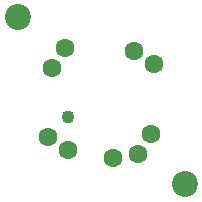
<source format=gbs>
%TF.GenerationSoftware,KiCad,Pcbnew,7.0.6-rc1-25-gf974c8259e*%
%TF.CreationDate,2023-06-21T18:20:28+02:00*%
%TF.ProjectId,RKJXM1015004_Straight,524b4a58-4d31-4303-9135-3030345f5374,rev?*%
%TF.SameCoordinates,Original*%
%TF.FileFunction,Soldermask,Bot*%
%TF.FilePolarity,Negative*%
%FSLAX46Y46*%
G04 Gerber Fmt 4.6, Leading zero omitted, Abs format (unit mm)*
G04 Created by KiCad (PCBNEW 7.0.6-rc1-25-gf974c8259e) date 2023-06-21 18:20:28*
%MOMM*%
%LPD*%
G01*
G04 APERTURE LIST*
%ADD10C,1.100000*%
%ADD11C,1.600000*%
%ADD12C,2.200000*%
G04 APERTURE END LIST*
D10*
X36136039Y-33914214D03*
D11*
X39989771Y-37343681D03*
X42040380Y-36990128D03*
X43454594Y-29424086D03*
X35888552Y-28009872D03*
X34474338Y-35575914D03*
X41757538Y-28292715D03*
X34757181Y-29706928D03*
X36171394Y-36707285D03*
X43171751Y-35293072D03*
D12*
X46035534Y-39571068D03*
X31893398Y-25428932D03*
M02*

</source>
